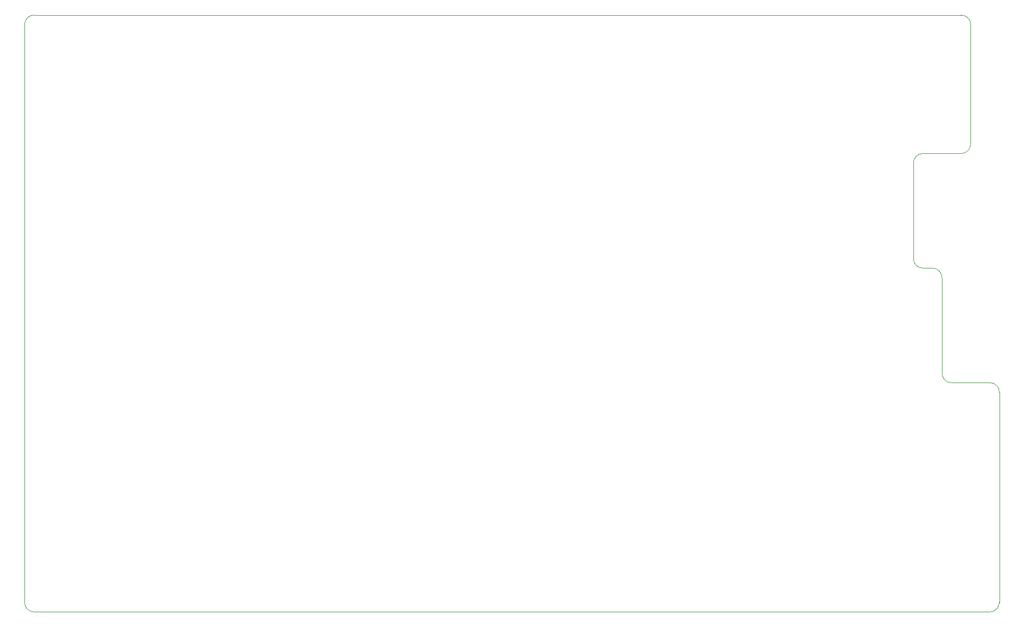
<source format=gm1>
G04 #@! TF.GenerationSoftware,KiCad,Pcbnew,(5.1.5)-3*
G04 #@! TF.CreationDate,2020-09-19T12:39:03+02:00*
G04 #@! TF.ProjectId,split65left,73706c69-7436-4356-9c65-66742e6b6963,rev?*
G04 #@! TF.SameCoordinates,Original*
G04 #@! TF.FileFunction,Profile,NP*
%FSLAX46Y46*%
G04 Gerber Fmt 4.6, Leading zero omitted, Abs format (unit mm)*
G04 Created by KiCad (PCBNEW (5.1.5)-3) date 2020-09-19 12:39:03*
%MOMM*%
%LPD*%
G04 APERTURE LIST*
%ADD10C,0.050000*%
G04 APERTURE END LIST*
D10*
X793750Y-119856250D02*
G75*
G02X-793750Y-118268750I0J1587500D01*
G01*
X-793750Y-22225000D02*
G75*
G02X793750Y-20637500I1587500J0D01*
G01*
X148431250Y-62706250D02*
G75*
G02X146843750Y-61118750I0J1587500D01*
G01*
X150018750Y-62706250D02*
G75*
G02X151606250Y-64293750I0J-1587500D01*
G01*
X153193750Y-81756250D02*
G75*
G02X151606250Y-80168750I0J1587500D01*
G01*
X159543750Y-81756250D02*
G75*
G02X161131250Y-83343750I0J-1587500D01*
G01*
X161131250Y-118268750D02*
G75*
G02X159543750Y-119856250I-1587500J0D01*
G01*
X146843750Y-45243750D02*
G75*
G02X148431250Y-43656250I1587500J0D01*
G01*
X156368750Y-42068750D02*
G75*
G02X154781250Y-43656250I-1587500J0D01*
G01*
X154781250Y-20637500D02*
G75*
G02X156368750Y-22225000I0J-1587500D01*
G01*
X793750Y-20637500D02*
X154781250Y-20637500D01*
X-793750Y-118268750D02*
X-793750Y-22225000D01*
X159543750Y-119856250D02*
X793750Y-119856250D01*
X161131250Y-83343750D02*
X161131250Y-118268750D01*
X153193750Y-81756250D02*
X159543750Y-81756250D01*
X151606250Y-64293750D02*
X151606250Y-80168750D01*
X148431250Y-62706250D02*
X150018750Y-62706250D01*
X146843750Y-45243750D02*
X146843750Y-61118750D01*
X154781250Y-43656250D02*
X148431250Y-43656250D01*
X156368750Y-22225000D02*
X156368750Y-42068750D01*
M02*

</source>
